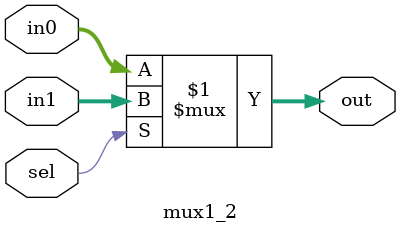
<source format=v>
module mux1_2 #(parameter BIT_WIDTH = 32)
(
  input                 sel,
  input  [BIT_WIDTH-1:0]in0,
  input  [BIT_WIDTH-1:0]in1,
  output [BIT_WIDTH-1:0]out
);
assign out = sel ? in1 : in0;
endmodule
</source>
